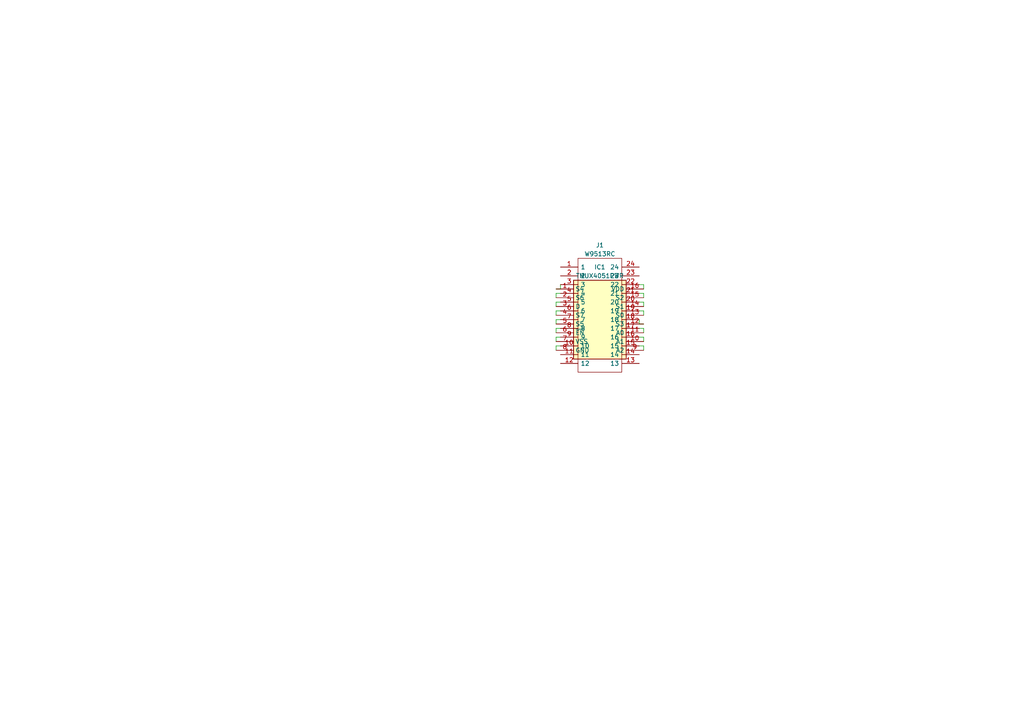
<source format=kicad_sch>
(kicad_sch (version 20230121) (generator eeschema)

  (uuid f582202b-8cbd-45b4-9c53-7f6b60acbe17)

  (paper "A4")

  (lib_symbols
    (symbol "TMUX4051PWR:TMUX4051PWR" (in_bom yes) (on_board yes)
      (property "Reference" "IC" (at 21.59 7.62 0)
        (effects (font (size 1.27 1.27)) (justify left top))
      )
      (property "Value" "TMUX4051PWR" (at 21.59 5.08 0)
        (effects (font (size 1.27 1.27)) (justify left top))
      )
      (property "Footprint" "SOP65P640X120-16N" (at 21.59 -94.92 0)
        (effects (font (size 1.27 1.27)) (justify left top) hide)
      )
      (property "Datasheet" "https://www.ti.com/lit/ds/symlink/tmux4051.pdf?ts=1669671651311&ref_url=https%253A%252F%252Fwww.ti.com%252Fproduct%252FTMUX4051" (at 21.59 -194.92 0)
        (effects (font (size 1.27 1.27)) (justify left top) hide)
      )
      (property "Height" "1.2" (at 21.59 -394.92 0)
        (effects (font (size 1.27 1.27)) (justify left top) hide)
      )
      (property "Mouser Part Number" "595-TMUX4051PWR" (at 21.59 -494.92 0)
        (effects (font (size 1.27 1.27)) (justify left top) hide)
      )
      (property "Mouser Price/Stock" "https://www.mouser.co.uk/ProductDetail/Texas-Instruments/TMUX4051PWR?qs=Y0Uzf4wQF3n3uNEgCUiuog%3D%3D" (at 21.59 -594.92 0)
        (effects (font (size 1.27 1.27)) (justify left top) hide)
      )
      (property "Manufacturer_Name" "Texas Instruments" (at 21.59 -694.92 0)
        (effects (font (size 1.27 1.27)) (justify left top) hide)
      )
      (property "Manufacturer_Part_Number" "TMUX4051PWR" (at 21.59 -794.92 0)
        (effects (font (size 1.27 1.27)) (justify left top) hide)
      )
      (property "ki_description" "Multiplexer Switch ICs +/-12-V, 8:1, one-channel multiplexer with 1.8-V compatible logic 16-TSSOP -55 to 125" (at 0 0 0)
        (effects (font (size 1.27 1.27)) hide)
      )
      (symbol "TMUX4051PWR_1_1"
        (rectangle (start 5.08 2.54) (end 20.32 -20.32)
          (stroke (width 0.254) (type default))
          (fill (type background))
        )
        (pin passive line (at 0 0 0) (length 5.08)
          (name "S4" (effects (font (size 1.27 1.27))))
          (number "1" (effects (font (size 1.27 1.27))))
        )
        (pin passive line (at 25.4 -15.24 180) (length 5.08)
          (name "A1" (effects (font (size 1.27 1.27))))
          (number "10" (effects (font (size 1.27 1.27))))
        )
        (pin passive line (at 25.4 -12.7 180) (length 5.08)
          (name "A0" (effects (font (size 1.27 1.27))))
          (number "11" (effects (font (size 1.27 1.27))))
        )
        (pin passive line (at 25.4 -10.16 180) (length 5.08)
          (name "S3" (effects (font (size 1.27 1.27))))
          (number "12" (effects (font (size 1.27 1.27))))
        )
        (pin passive line (at 25.4 -7.62 180) (length 5.08)
          (name "S0" (effects (font (size 1.27 1.27))))
          (number "13" (effects (font (size 1.27 1.27))))
        )
        (pin passive line (at 25.4 -5.08 180) (length 5.08)
          (name "S1" (effects (font (size 1.27 1.27))))
          (number "14" (effects (font (size 1.27 1.27))))
        )
        (pin passive line (at 25.4 -2.54 180) (length 5.08)
          (name "S2" (effects (font (size 1.27 1.27))))
          (number "15" (effects (font (size 1.27 1.27))))
        )
        (pin passive line (at 25.4 0 180) (length 5.08)
          (name "VDD" (effects (font (size 1.27 1.27))))
          (number "16" (effects (font (size 1.27 1.27))))
        )
        (pin passive line (at 0 -2.54 0) (length 5.08)
          (name "S6" (effects (font (size 1.27 1.27))))
          (number "2" (effects (font (size 1.27 1.27))))
        )
        (pin passive line (at 0 -5.08 0) (length 5.08)
          (name "D" (effects (font (size 1.27 1.27))))
          (number "3" (effects (font (size 1.27 1.27))))
        )
        (pin passive line (at 0 -7.62 0) (length 5.08)
          (name "S7" (effects (font (size 1.27 1.27))))
          (number "4" (effects (font (size 1.27 1.27))))
        )
        (pin passive line (at 0 -10.16 0) (length 5.08)
          (name "S5" (effects (font (size 1.27 1.27))))
          (number "5" (effects (font (size 1.27 1.27))))
        )
        (pin passive line (at 0 -12.7 0) (length 5.08)
          (name "~{EN}" (effects (font (size 1.27 1.27))))
          (number "6" (effects (font (size 1.27 1.27))))
        )
        (pin passive line (at 0 -15.24 0) (length 5.08)
          (name "VSS" (effects (font (size 1.27 1.27))))
          (number "7" (effects (font (size 1.27 1.27))))
        )
        (pin passive line (at 0 -17.78 0) (length 5.08)
          (name "GND" (effects (font (size 1.27 1.27))))
          (number "8" (effects (font (size 1.27 1.27))))
        )
        (pin passive line (at 25.4 -17.78 180) (length 5.08)
          (name "A2" (effects (font (size 1.27 1.27))))
          (number "9" (effects (font (size 1.27 1.27))))
        )
      )
    )
    (symbol "W9513RC:W9513RC" (pin_names (offset 0.762)) (in_bom yes) (on_board yes)
      (property "Reference" "J" (at 19.05 7.62 0)
        (effects (font (size 1.27 1.27)) (justify left))
      )
      (property "Value" "W9513RC" (at 19.05 5.08 0)
        (effects (font (size 1.27 1.27)) (justify left))
      )
      (property "Footprint" "DIPS1524W46P254L3050H160Q24N" (at 19.05 2.54 0)
        (effects (font (size 1.27 1.27)) (justify left) hide)
      )
      (property "Datasheet" "" (at 19.05 0 0)
        (effects (font (size 1.27 1.27)) (justify left) hide)
      )
      (property "Description" "IC,socket,0.460in,SOIC,0.6,DIL,24 way" (at 19.05 -2.54 0)
        (effects (font (size 1.27 1.27)) (justify left) hide)
      )
      (property "Height" "1.6" (at 19.05 -5.08 0)
        (effects (font (size 1.27 1.27)) (justify left) hide)
      )
      (property "Manufacturer_Name" "Winslow" (at 19.05 -7.62 0)
        (effects (font (size 1.27 1.27)) (justify left) hide)
      )
      (property "Manufacturer_Part_Number" "W9513RC" (at 19.05 -10.16 0)
        (effects (font (size 1.27 1.27)) (justify left) hide)
      )
      (property "Mouser Part Number" "" (at 19.05 -12.7 0)
        (effects (font (size 1.27 1.27)) (justify left) hide)
      )
      (property "Mouser Price/Stock" "" (at 19.05 -15.24 0)
        (effects (font (size 1.27 1.27)) (justify left) hide)
      )
      (property "Arrow Part Number" "" (at 19.05 -17.78 0)
        (effects (font (size 1.27 1.27)) (justify left) hide)
      )
      (property "Arrow Price/Stock" "" (at 19.05 -20.32 0)
        (effects (font (size 1.27 1.27)) (justify left) hide)
      )
      (property "ki_description" "IC,socket,0.460in,SOIC,0.6,DIL,24 way" (at 0 0 0)
        (effects (font (size 1.27 1.27)) hide)
      )
      (symbol "W9513RC_0_0"
        (pin passive line (at 0 0 0) (length 5.08)
          (name "1" (effects (font (size 1.27 1.27))))
          (number "1" (effects (font (size 1.27 1.27))))
        )
        (pin passive line (at 0 -22.86 0) (length 5.08)
          (name "10" (effects (font (size 1.27 1.27))))
          (number "10" (effects (font (size 1.27 1.27))))
        )
        (pin passive line (at 0 -25.4 0) (length 5.08)
          (name "11" (effects (font (size 1.27 1.27))))
          (number "11" (effects (font (size 1.27 1.27))))
        )
        (pin passive line (at 0 -27.94 0) (length 5.08)
          (name "12" (effects (font (size 1.27 1.27))))
          (number "12" (effects (font (size 1.27 1.27))))
        )
        (pin passive line (at 22.86 -27.94 180) (length 5.08)
          (name "13" (effects (font (size 1.27 1.27))))
          (number "13" (effects (font (size 1.27 1.27))))
        )
        (pin passive line (at 22.86 -25.4 180) (length 5.08)
          (name "14" (effects (font (size 1.27 1.27))))
          (number "14" (effects (font (size 1.27 1.27))))
        )
        (pin passive line (at 22.86 -22.86 180) (length 5.08)
          (name "15" (effects (font (size 1.27 1.27))))
          (number "15" (effects (font (size 1.27 1.27))))
        )
        (pin passive line (at 22.86 -20.32 180) (length 5.08)
          (name "16" (effects (font (size 1.27 1.27))))
          (number "16" (effects (font (size 1.27 1.27))))
        )
        (pin passive line (at 22.86 -17.78 180) (length 5.08)
          (name "17" (effects (font (size 1.27 1.27))))
          (number "17" (effects (font (size 1.27 1.27))))
        )
        (pin passive line (at 22.86 -15.24 180) (length 5.08)
          (name "18" (effects (font (size 1.27 1.27))))
          (number "18" (effects (font (size 1.27 1.27))))
        )
        (pin passive line (at 22.86 -12.7 180) (length 5.08)
          (name "19" (effects (font (size 1.27 1.27))))
          (number "19" (effects (font (size 1.27 1.27))))
        )
        (pin passive line (at 0 -2.54 0) (length 5.08)
          (name "2" (effects (font (size 1.27 1.27))))
          (number "2" (effects (font (size 1.27 1.27))))
        )
        (pin passive line (at 22.86 -10.16 180) (length 5.08)
          (name "20" (effects (font (size 1.27 1.27))))
          (number "20" (effects (font (size 1.27 1.27))))
        )
        (pin passive line (at 22.86 -7.62 180) (length 5.08)
          (name "21" (effects (font (size 1.27 1.27))))
          (number "21" (effects (font (size 1.27 1.27))))
        )
        (pin passive line (at 22.86 -5.08 180) (length 5.08)
          (name "22" (effects (font (size 1.27 1.27))))
          (number "22" (effects (font (size 1.27 1.27))))
        )
        (pin passive line (at 22.86 -2.54 180) (length 5.08)
          (name "23" (effects (font (size 1.27 1.27))))
          (number "23" (effects (font (size 1.27 1.27))))
        )
        (pin passive line (at 22.86 0 180) (length 5.08)
          (name "24" (effects (font (size 1.27 1.27))))
          (number "24" (effects (font (size 1.27 1.27))))
        )
        (pin passive line (at 0 -5.08 0) (length 5.08)
          (name "3" (effects (font (size 1.27 1.27))))
          (number "3" (effects (font (size 1.27 1.27))))
        )
        (pin passive line (at 0 -7.62 0) (length 5.08)
          (name "4" (effects (font (size 1.27 1.27))))
          (number "4" (effects (font (size 1.27 1.27))))
        )
        (pin passive line (at 0 -10.16 0) (length 5.08)
          (name "5" (effects (font (size 1.27 1.27))))
          (number "5" (effects (font (size 1.27 1.27))))
        )
        (pin passive line (at 0 -12.7 0) (length 5.08)
          (name "6" (effects (font (size 1.27 1.27))))
          (number "6" (effects (font (size 1.27 1.27))))
        )
        (pin passive line (at 0 -15.24 0) (length 5.08)
          (name "7" (effects (font (size 1.27 1.27))))
          (number "7" (effects (font (size 1.27 1.27))))
        )
        (pin passive line (at 0 -17.78 0) (length 5.08)
          (name "8" (effects (font (size 1.27 1.27))))
          (number "8" (effects (font (size 1.27 1.27))))
        )
        (pin passive line (at 0 -20.32 0) (length 5.08)
          (name "9" (effects (font (size 1.27 1.27))))
          (number "9" (effects (font (size 1.27 1.27))))
        )
      )
      (symbol "W9513RC_0_1"
        (polyline
          (pts
            (xy 5.08 2.54)
            (xy 17.78 2.54)
            (xy 17.78 -30.48)
            (xy 5.08 -30.48)
            (xy 5.08 2.54)
          )
          (stroke (width 0.1524) (type solid))
          (fill (type none))
        )
      )
    )
  )


  (wire (pts (xy 161.29 95.25) (xy 161.29 96.52))
    (stroke (width 0) (type default))
    (uuid 02f62fec-2e60-469a-8948-ab96297c1f3d)
  )
  (wire (pts (xy 186.69 96.52) (xy 186.69 95.25))
    (stroke (width 0) (type default))
    (uuid 1124a84c-32e8-41ae-aa51-e7bb09f85cd0)
  )
  (wire (pts (xy 162.56 87.63) (xy 161.29 87.63))
    (stroke (width 0) (type default))
    (uuid 125e1f0c-e4e4-4f1a-b17c-9ac6e4928d05)
  )
  (wire (pts (xy 186.69 85.09) (xy 185.42 85.09))
    (stroke (width 0) (type default))
    (uuid 1f0ba74e-f0be-41b9-aa5e-622ad8a7521d)
  )
  (wire (pts (xy 186.69 87.63) (xy 185.42 87.63))
    (stroke (width 0) (type default))
    (uuid 2255da53-6594-4074-98ee-9cf4372610bc)
  )
  (wire (pts (xy 162.56 95.25) (xy 161.29 95.25))
    (stroke (width 0) (type default))
    (uuid 3478e990-5827-4320-b162-ee54327f1757)
  )
  (wire (pts (xy 161.29 97.79) (xy 161.29 99.06))
    (stroke (width 0) (type default))
    (uuid 3dea1e2d-29e8-4a76-b698-a676a3289c95)
  )
  (wire (pts (xy 161.29 90.17) (xy 161.29 91.44))
    (stroke (width 0) (type default))
    (uuid 4fa88d36-befc-40f1-a3c6-61259f9b9605)
  )
  (wire (pts (xy 162.56 85.09) (xy 161.29 85.09))
    (stroke (width 0) (type default))
    (uuid 5361d331-bcdd-4d7e-80e4-cb08c3b64ef5)
  )
  (wire (pts (xy 186.69 90.17) (xy 185.42 90.17))
    (stroke (width 0) (type default))
    (uuid 59782e64-cda3-4899-b233-da129da58fcf)
  )
  (wire (pts (xy 162.56 90.17) (xy 161.29 90.17))
    (stroke (width 0) (type default))
    (uuid 6ea11a26-bfb6-4d38-b0f4-b46a575d6201)
  )
  (wire (pts (xy 186.69 93.98) (xy 185.42 93.98))
    (stroke (width 0) (type default))
    (uuid 76f0f79f-4424-4d33-b033-544150d18350)
  )
  (wire (pts (xy 161.29 92.71) (xy 161.29 93.98))
    (stroke (width 0) (type default))
    (uuid 7bd009e9-6050-4e3d-8b26-9feace010f8d)
  )
  (wire (pts (xy 186.69 101.6) (xy 186.69 100.33))
    (stroke (width 0) (type default))
    (uuid 7fde8828-8683-4437-974e-e171191987e3)
  )
  (wire (pts (xy 186.69 99.06) (xy 186.69 97.79))
    (stroke (width 0) (type default))
    (uuid 87507bc5-208a-49ac-91de-97430a9e96e0)
  )
  (wire (pts (xy 186.69 97.79) (xy 185.42 97.79))
    (stroke (width 0) (type default))
    (uuid a5a14e36-44b4-4ab9-93b5-651aaa9e1b32)
  )
  (wire (pts (xy 186.69 100.33) (xy 185.42 100.33))
    (stroke (width 0) (type default))
    (uuid a772ff79-6ceb-49ab-a004-fd4216b40b77)
  )
  (wire (pts (xy 186.69 88.9) (xy 186.69 87.63))
    (stroke (width 0) (type default))
    (uuid b674aeca-ad24-426c-a9fd-db10a7576aad)
  )
  (wire (pts (xy 186.69 91.44) (xy 186.69 90.17))
    (stroke (width 0) (type default))
    (uuid bdb2c8ec-a663-41d2-9166-eac8c9458bdc)
  )
  (wire (pts (xy 162.56 97.79) (xy 161.29 97.79))
    (stroke (width 0) (type default))
    (uuid c0c2b44c-2789-40b4-9c43-27eef4f5c953)
  )
  (wire (pts (xy 186.69 95.25) (xy 185.42 95.25))
    (stroke (width 0) (type default))
    (uuid c2639852-cdb8-4a5d-918b-ad4aa69c1e42)
  )
  (wire (pts (xy 185.42 93.98) (xy 185.42 92.71))
    (stroke (width 0) (type default))
    (uuid c90945f3-6470-46ec-9216-bf2e40c53fb0)
  )
  (wire (pts (xy 162.56 83.82) (xy 161.29 83.82))
    (stroke (width 0) (type default))
    (uuid cafb9415-d046-4eae-9b8f-9cf287ac1c37)
  )
  (wire (pts (xy 161.29 87.63) (xy 161.29 88.9))
    (stroke (width 0) (type default))
    (uuid cbc4e1d4-96dd-4ccb-a491-9f2b0249ce10)
  )
  (wire (pts (xy 161.29 100.33) (xy 162.56 100.33))
    (stroke (width 0) (type default))
    (uuid cee80019-a97c-461d-bc4e-5106cedf9251)
  )
  (wire (pts (xy 162.56 82.55) (xy 162.56 83.82))
    (stroke (width 0) (type default))
    (uuid df219c9d-54bb-457a-86c0-0b8707551569)
  )
  (wire (pts (xy 186.69 86.36) (xy 186.69 85.09))
    (stroke (width 0) (type default))
    (uuid e42ffd50-1a0e-4aed-8af9-d2b6ba743d05)
  )
  (wire (pts (xy 186.69 82.55) (xy 185.42 82.55))
    (stroke (width 0) (type default))
    (uuid e983dbb4-511a-41b8-b3f2-e9d6ce531812)
  )
  (wire (pts (xy 161.29 101.6) (xy 161.29 100.33))
    (stroke (width 0) (type default))
    (uuid f1df5d11-1164-4392-8e49-e11e6f17c975)
  )
  (wire (pts (xy 161.29 85.09) (xy 161.29 86.36))
    (stroke (width 0) (type default))
    (uuid fa25ad48-4435-4c3e-9581-e04fa3130180)
  )
  (wire (pts (xy 162.56 92.71) (xy 161.29 92.71))
    (stroke (width 0) (type default))
    (uuid fd7fbf18-1273-4494-a4c8-4adcf13431fc)
  )
  (wire (pts (xy 186.69 83.82) (xy 186.69 82.55))
    (stroke (width 0) (type default))
    (uuid fe4f9369-031b-42b6-8c5f-1f6840d6990c)
  )

  (symbol (lib_id "W9513RC:W9513RC") (at 162.56 77.47 0) (unit 1)
    (in_bom yes) (on_board yes) (dnp no) (fields_autoplaced)
    (uuid 0e01cfc5-47a5-4eb0-a58d-8397ff711c82)
    (property "Reference" "J1" (at 173.99 71.12 0)
      (effects (font (size 1.27 1.27)))
    )
    (property "Value" "W9513RC" (at 173.99 73.66 0)
      (effects (font (size 1.27 1.27)))
    )
    (property "Footprint" "W9513RC:DIPS1524W46P254L3050H160Q24N" (at 181.61 74.93 0)
      (effects (font (size 1.27 1.27)) (justify left) hide)
    )
    (property "Datasheet" "" (at 181.61 77.47 0)
      (effects (font (size 1.27 1.27)) (justify left) hide)
    )
    (property "Description" "IC,socket,0.460in,SOIC,0.6,DIL,24 way" (at 181.61 80.01 0)
      (effects (font (size 1.27 1.27)) (justify left) hide)
    )
    (property "Height" "1.6" (at 181.61 82.55 0)
      (effects (font (size 1.27 1.27)) (justify left) hide)
    )
    (property "Manufacturer_Name" "Winslow" (at 181.61 85.09 0)
      (effects (font (size 1.27 1.27)) (justify left) hide)
    )
    (property "Manufacturer_Part_Number" "W9513RC" (at 181.61 87.63 0)
      (effects (font (size 1.27 1.27)) (justify left) hide)
    )
    (property "Mouser Part Number" "" (at 181.61 90.17 0)
      (effects (font (size 1.27 1.27)) (justify left) hide)
    )
    (property "Mouser Price/Stock" "" (at 181.61 92.71 0)
      (effects (font (size 1.27 1.27)) (justify left) hide)
    )
    (property "Arrow Part Number" "" (at 181.61 95.25 0)
      (effects (font (size 1.27 1.27)) (justify left) hide)
    )
    (property "Arrow Price/Stock" "" (at 181.61 97.79 0)
      (effects (font (size 1.27 1.27)) (justify left) hide)
    )
    (pin "1" (uuid d4b37fea-3b83-431a-9e60-bad2badb29c1))
    (pin "10" (uuid d1fff554-f8f3-418f-9b74-bfd7275c21ed))
    (pin "11" (uuid f355efde-c41b-41d8-a5ab-6a6bcad62dbb))
    (pin "12" (uuid ec6221b4-f74b-4bc8-a618-20e56c7a4a5c))
    (pin "13" (uuid f7eefba5-3bdb-4314-814c-70ec218250d9))
    (pin "14" (uuid f7029d43-b463-469a-bab5-0aad57bac4f2))
    (pin "15" (uuid 5a970f71-bebc-46ad-82fb-788e24579e79))
    (pin "16" (uuid e34bfb8b-37a7-4a4a-b46e-27b6a80e3900))
    (pin "17" (uuid 5a3d12ad-f0ec-4f45-bfca-8772512d52de))
    (pin "18" (uuid c12c4308-d735-4b2f-a2ba-37078ff73c0c))
    (pin "19" (uuid c50bc0a7-fa7b-489f-97e5-183b9a6b3ffe))
    (pin "2" (uuid 4b45517f-b04c-42ed-a991-2815841247dc))
    (pin "20" (uuid d0f28582-5511-4230-a9f1-00461b9c5550))
    (pin "21" (uuid b157f893-ab01-44a4-937e-9d68b18407e8))
    (pin "22" (uuid 85e3ec6e-6d52-4152-911e-6f5cdc09ff71))
    (pin "23" (uuid 20703179-26e1-4f9c-8fe8-6af04428d3b8))
    (pin "24" (uuid a0f46a3a-c3e6-4893-817e-d0fca8cb9e55))
    (pin "3" (uuid 99963a3f-efe3-4c46-bfb8-1db00a9df602))
    (pin "4" (uuid 976ca3e2-e403-4eed-aaad-ccc222ce5b85))
    (pin "5" (uuid a4e4edd8-4c16-479f-b19f-21d2941813c5))
    (pin "6" (uuid 562af6e5-d5cb-4136-9dac-b77debf8ab38))
    (pin "7" (uuid b9359a3e-b052-4f8b-b665-09904ce8b689))
    (pin "8" (uuid 168f0d68-84c5-4acb-b62e-f2f14a30066a))
    (pin "9" (uuid 765abaca-00da-4dda-80c7-48b2d38956db))
    (instances
      (project "adaptateur tmux"
        (path "/f582202b-8cbd-45b4-9c53-7f6b60acbe17"
          (reference "J1") (unit 1)
        )
      )
    )
  )

  (symbol (lib_id "TMUX4051PWR:TMUX4051PWR") (at 161.29 83.82 0) (unit 1)
    (in_bom yes) (on_board yes) (dnp no) (fields_autoplaced)
    (uuid 200cc339-a889-420b-882c-042f76f4a4e1)
    (property "Reference" "IC1" (at 173.99 77.47 0)
      (effects (font (size 1.27 1.27)))
    )
    (property "Value" "TMUX4051PWR" (at 173.99 80.01 0)
      (effects (font (size 1.27 1.27)))
    )
    (property "Footprint" "Tmux4051:SOP65P640X120-16N" (at 182.88 178.74 0)
      (effects (font (size 1.27 1.27)) (justify left top) hide)
    )
    (property "Datasheet" "https://www.ti.com/lit/ds/symlink/tmux4051.pdf?ts=1669671651311&ref_url=https%253A%252F%252Fwww.ti.com%252Fproduct%252FTMUX4051" (at 182.88 278.74 0)
      (effects (font (size 1.27 1.27)) (justify left top) hide)
    )
    (property "Height" "1.2" (at 182.88 478.74 0)
      (effects (font (size 1.27 1.27)) (justify left top) hide)
    )
    (property "Mouser Part Number" "595-TMUX4051PWR" (at 182.88 578.74 0)
      (effects (font (size 1.27 1.27)) (justify left top) hide)
    )
    (property "Mouser Price/Stock" "https://www.mouser.co.uk/ProductDetail/Texas-Instruments/TMUX4051PWR?qs=Y0Uzf4wQF3n3uNEgCUiuog%3D%3D" (at 182.88 678.74 0)
      (effects (font (size 1.27 1.27)) (justify left top) hide)
    )
    (property "Manufacturer_Name" "Texas Instruments" (at 182.88 778.74 0)
      (effects (font (size 1.27 1.27)) (justify left top) hide)
    )
    (property "Manufacturer_Part_Number" "TMUX4051PWR" (at 182.88 878.74 0)
      (effects (font (size 1.27 1.27)) (justify left top) hide)
    )
    (pin "1" (uuid aad4edfc-c352-49dc-80fb-dd5297d76206))
    (pin "10" (uuid 05b79ae7-0b03-4834-8e44-185b0142ad85))
    (pin "11" (uuid 9f75166c-bc79-4e78-81ea-aa5b796281a5))
    (pin "12" (uuid 7fa1fcbd-1e6b-47ed-9ab7-4bc7fd2af2b1))
    (pin "13" (uuid d2d07f10-511e-40c8-8678-561ceb9ea444))
    (pin "14" (uuid 74232e41-f7b2-4934-888a-cf9d3f45ee71))
    (pin "15" (uuid c130c806-521c-466e-9ebf-c206f63e8367))
    (pin "16" (uuid 7f03575b-2b16-4194-ac6f-0d58cf7d21d4))
    (pin "2" (uuid 9807b48f-db96-4564-a394-c89945a5e00f))
    (pin "3" (uuid 2334b1ab-1f2d-45d4-b69b-8eb914f81e88))
    (pin "4" (uuid 852d91e5-c5f7-4e85-a914-f4a82790138b))
    (pin "5" (uuid 237366ca-2722-44de-8b15-f18bc204e94e))
    (pin "6" (uuid f55a5be5-d08f-494f-bbfa-52dc62ea05aa))
    (pin "7" (uuid 5cde00d0-1bbd-4fbb-9206-a51400cde6d9))
    (pin "8" (uuid 84c29278-ba9a-4227-bd87-d42629aaf3b2))
    (pin "9" (uuid 455a80a6-5f56-4481-a7c4-f89ee41d2e60))
    (instances
      (project "adaptateur tmux"
        (path "/f582202b-8cbd-45b4-9c53-7f6b60acbe17"
          (reference "IC1") (unit 1)
        )
      )
    )
  )

  (sheet_instances
    (path "/" (page "1"))
  )
)

</source>
